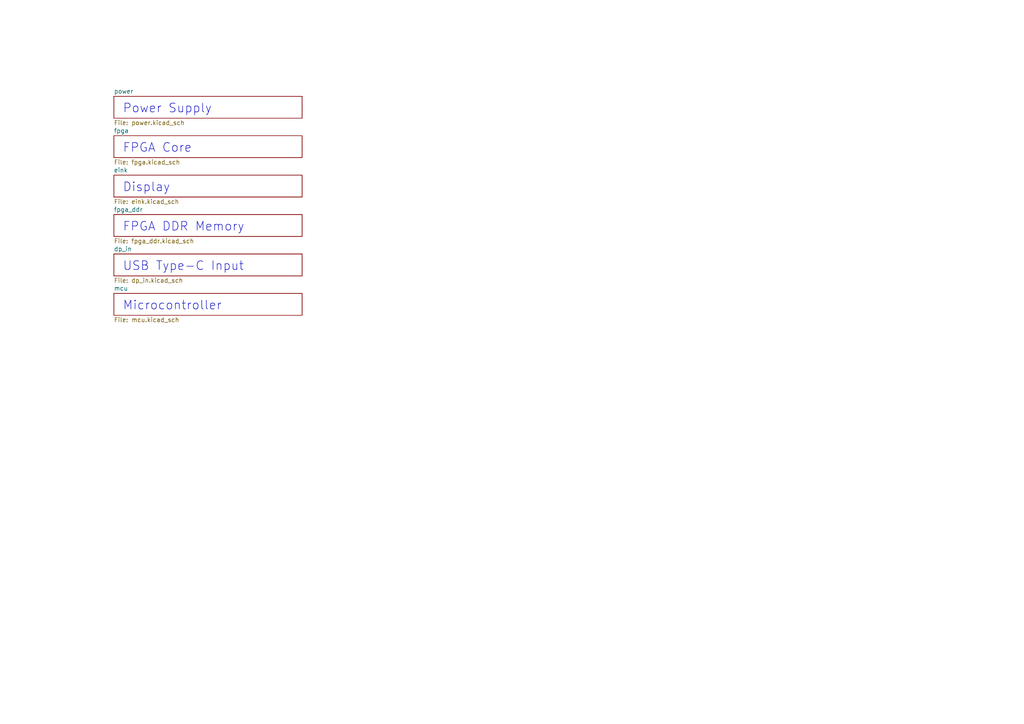
<source format=kicad_sch>
(kicad_sch (version 20211123) (generator eeschema)
  (paper "A4")
  (title_block (title "Caster EPDC") (date "2022-07-03") (rev "R0.4") (company "Copyright 2022 Modos / Engineer: Wenting Zhang"))
  (lib_symbols)
  (text "FPGA DDR Memory" (at 35.56 67.31 0) (effects (font (size 2.54 2.54)) (justify left bottom)))
  (text "Power Supply" (at 35.56 33.02 0) (effects (font (size 2.54 2.54)) (justify left bottom)))
  (text "Microcontroller" (at 35.56 90.17 0) (effects (font (size 2.54 2.54)) (justify left bottom)))
  (text "Display" (at 35.56 55.88 0) (effects (font (size 2.54 2.54)) (justify left bottom)))
  (text "FPGA Core" (at 35.56 44.45 0) (effects (font (size 2.54 2.54)) (justify left bottom)))
  (text "USB Type-C Input" (at 35.56 78.74 0) (effects (font (size 2.54 2.54)) (justify left bottom)))
  (sheet (at 33.02 27.94) (size 54.61 6.35) (stroke (width 0.1524))
    (property "Sheet name" "power" (at 33.02 27.2284 0) (effects (justify left bottom)))
    (property "Sheet file" "power.kicad_sch" (at 33.02 34.8746 0) (effects (justify left top)))
  )
  (sheet (at 33.02 39.37) (size 54.61 6.35) (stroke (width 0.1524))
    (property "Sheet name" "fpga" (at 33.02 38.6584 0) (effects (justify left bottom)))
    (property "Sheet file" "fpga.kicad_sch" (at 33.02 46.3046 0) (effects (justify left top)))
  )
  (sheet (at 33.02 73.66) (size 54.61 6.35) (stroke (width 0.1524))
    (property "Sheet name" "dp_in" (at 33.02 72.9484 0) (effects (justify left bottom)))
    (property "Sheet file" "dp_in.kicad_sch" (at 33.02 80.5946 0) (effects (justify left top)))
  )
  (sheet (at 33.02 62.23) (size 54.61 6.35) (stroke (width 0.1524))
    (property "Sheet name" "fpga_ddr" (at 33.02 61.5184 0) (effects (justify left bottom)))
    (property "Sheet file" "fpga_ddr.kicad_sch" (at 33.02 69.1646 0) (effects (justify left top)))
  )
  (sheet (at 33.02 50.8) (size 54.61 6.35) (stroke (width 0.1524))
    (property "Sheet name" "eink" (at 33.02 50.0884 0) (effects (justify left bottom)))
    (property "Sheet file" "eink.kicad_sch" (at 33.02 57.7346 0) (effects (justify left top)))
  )
  (sheet (at 33.02 85.09) (size 54.61 6.35) (stroke (width 0.1524))
    (property "Sheet name" "mcu" (at 33.02 84.3784 0) (effects (justify left bottom)))
    (property "Sheet file" "mcu.kicad_sch" (at 33.02 92.0246 0) (effects (justify left top)))
  )
)
</source>
